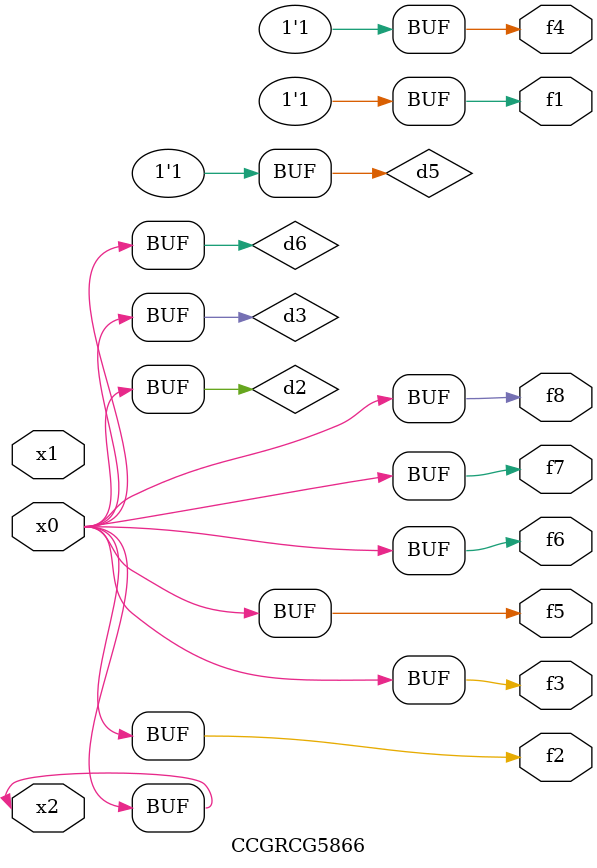
<source format=v>
module CCGRCG5866(
	input x0, x1, x2,
	output f1, f2, f3, f4, f5, f6, f7, f8
);

	wire d1, d2, d3, d4, d5, d6;

	xnor (d1, x2);
	buf (d2, x0, x2);
	and (d3, x0);
	xnor (d4, x1, x2);
	nand (d5, d1, d3);
	buf (d6, d2, d3);
	assign f1 = d5;
	assign f2 = d6;
	assign f3 = d6;
	assign f4 = d5;
	assign f5 = d6;
	assign f6 = d6;
	assign f7 = d6;
	assign f8 = d6;
endmodule

</source>
